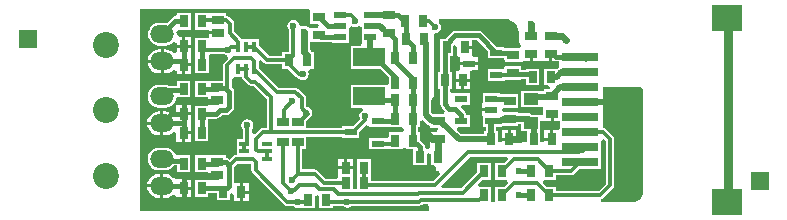
<source format=gtl>
G04*
G04 #@! TF.GenerationSoftware,Altium Limited,Altium Designer,20.2.8 (258)*
G04*
G04 Layer_Physical_Order=1*
G04 Layer_Color=255*
%FSLAX44Y44*%
%MOMM*%
G71*
G04*
G04 #@! TF.SameCoordinates,D032E148-705B-442B-B370-39794CB6FC5C*
G04*
G04*
G04 #@! TF.FilePolarity,Positive*
G04*
G01*
G75*
%ADD13R,3.1000X0.7600*%
%ADD14R,0.7500X1.0000*%
%ADD16R,1.5000X1.5000*%
%ADD18R,1.0000X0.7500*%
%ADD22R,1.0000X0.6000*%
%ADD23R,1.1000X0.6000*%
%ADD40C,0.3000*%
%ADD41R,1.0000X0.7000*%
%ADD42R,0.9000X0.4000*%
%ADD43R,0.4000X0.9000*%
%ADD44R,1.2000X1.0000*%
%ADD45R,2.7000X1.5000*%
%ADD46C,0.8000*%
%ADD47C,0.5000*%
%ADD48C,0.4000*%
%ADD49C,0.6000*%
%ADD50C,0.3500*%
%ADD51R,2.5000X2.2000*%
%ADD52O,2.0000X1.5000*%
%ADD53C,2.2000*%
%ADD54C,0.6000*%
G36*
X292621Y70060D02*
X292690Y69994D01*
Y56475D01*
X292690D01*
X292509Y54010D01*
X283500D01*
Y35010D01*
X308222D01*
X315630Y27602D01*
Y23062D01*
X314500Y20990D01*
X283500D01*
Y1990D01*
X293238D01*
X293543Y1131D01*
X293660Y-550D01*
X292395Y-1395D01*
X291290Y-3049D01*
X290902Y-5000D01*
X291290Y-6951D01*
X291804Y-7720D01*
X285523Y-14000D01*
X276570D01*
Y-15431D01*
X246000D01*
Y-9427D01*
X248968Y-6459D01*
X249557Y-6065D01*
X250662Y-4412D01*
X251050Y-2461D01*
X250662Y-510D01*
X249557Y1144D01*
X247903Y2249D01*
X245952Y2637D01*
X245569Y5106D01*
Y9692D01*
X245297Y11058D01*
X244523Y12215D01*
X239215Y17523D01*
X238058Y18297D01*
X236692Y18569D01*
X222453D01*
X205500Y35522D01*
Y40886D01*
X207087Y42366D01*
X207455Y42523D01*
X210502Y39477D01*
X211659Y38703D01*
X213025Y38431D01*
X225630D01*
Y35000D01*
X229953D01*
X237477Y27477D01*
X238634Y26703D01*
X239275Y26576D01*
X239395Y26395D01*
X241049Y25290D01*
X243000Y24902D01*
X244951Y25290D01*
X246605Y26395D01*
X247710Y28049D01*
X248098Y30000D01*
X247710Y31951D01*
X247370Y32460D01*
X248727Y35000D01*
X252370D01*
Y49000D01*
X250883D01*
X250225Y49985D01*
X249098Y51112D01*
Y55252D01*
X249490Y57630D01*
X257222D01*
X258395Y57397D01*
X258395Y57397D01*
X267290D01*
Y56475D01*
X282290D01*
Y66475D01*
X282290D01*
Y69609D01*
X284830Y70931D01*
X285398Y70551D01*
X287349Y70163D01*
X289300Y70551D01*
X290150Y71119D01*
X292621Y70060D01*
D02*
G37*
G36*
X249490Y84370D02*
Y72870D01*
X255940D01*
X256886Y71670D01*
X255741Y69130D01*
X249490D01*
Y69130D01*
X247246Y69844D01*
X245951Y70710D01*
X244000Y71098D01*
X242529Y70805D01*
X241838Y70861D01*
X239841Y72290D01*
X239710Y72951D01*
X238605Y74605D01*
X236951Y75710D01*
X235000Y76098D01*
X233049Y75710D01*
X231395Y74605D01*
X230290Y72951D01*
X229902Y71000D01*
X230290Y69049D01*
X231395Y67395D01*
X231431Y67371D01*
Y49000D01*
X225630D01*
Y45569D01*
X214503D01*
X205500Y54572D01*
Y60025D01*
X191323D01*
X191204Y60204D01*
X184823Y66584D01*
Y73000D01*
X184532Y74463D01*
X183704Y75704D01*
X180704Y78704D01*
X179463Y79532D01*
X178000Y79823D01*
Y82000D01*
X164000D01*
Y82000D01*
X163370Y82000D01*
Y82000D01*
X151870D01*
Y68000D01*
X163370D01*
X163414Y66770D01*
X171000D01*
Y64230D01*
X163460D01*
Y63503D01*
X163370Y61000D01*
X161558Y61000D01*
X151870D01*
Y47000D01*
X151870D01*
Y45000D01*
X151870D01*
Y31000D01*
X163370D01*
Y45000D01*
X163370Y45000D01*
X164247Y47177D01*
X176722D01*
X178049Y46290D01*
X178551Y46190D01*
X179387Y43434D01*
X176707Y40753D01*
X175933Y39596D01*
X175662Y38230D01*
Y24550D01*
X163730D01*
Y24550D01*
X163100D01*
Y24550D01*
X151600D01*
Y10550D01*
X163100D01*
X163144Y9320D01*
X170730D01*
Y6780D01*
X163190D01*
Y6053D01*
X163100Y3550D01*
X161288Y3550D01*
X151600D01*
Y-10450D01*
X151600D01*
Y-12450D01*
X151600D01*
Y-26450D01*
X163100D01*
Y-12450D01*
X163100D01*
Y-10450D01*
X163100D01*
Y-7528D01*
X169730D01*
X169730Y-7528D01*
X171291Y-7218D01*
X172614Y-6334D01*
X174419Y-4528D01*
X177730D01*
X177730Y-4528D01*
X179291Y-4218D01*
X180614Y-3334D01*
X183614Y-334D01*
X183614Y-334D01*
X184498Y989D01*
X184808Y2550D01*
X184808Y2550D01*
Y15550D01*
X184808Y15550D01*
X184498Y17111D01*
X183614Y18434D01*
X183614Y18434D01*
X182799Y19249D01*
Y26140D01*
X184500Y27975D01*
X191436D01*
X191703Y26634D01*
X192477Y25477D01*
X196477Y21477D01*
X197634Y20703D01*
X199000Y20431D01*
X200957D01*
X212393Y8996D01*
Y-15431D01*
X209000D01*
X207634Y-15703D01*
X206477Y-16477D01*
X202109Y-20845D01*
X199569Y-19793D01*
Y-16629D01*
X199605Y-16605D01*
X200710Y-14951D01*
X201098Y-13000D01*
X200710Y-11049D01*
X199605Y-9395D01*
X197951Y-8290D01*
X196000Y-7902D01*
X194049Y-8290D01*
X192395Y-9395D01*
X191290Y-11049D01*
X190902Y-13000D01*
X191290Y-14951D01*
X192395Y-16605D01*
X192431Y-16629D01*
Y-24500D01*
X186975D01*
Y-32500D01*
Y-37931D01*
X186610D01*
X185244Y-38203D01*
X184087Y-38977D01*
X181021Y-42043D01*
X180544Y-41566D01*
X179221Y-40682D01*
X177660Y-40372D01*
X177660Y-40372D01*
Y-38450D01*
X163660D01*
Y-38450D01*
X163030D01*
Y-38450D01*
X151530D01*
Y-52450D01*
X163030D01*
X163074Y-53680D01*
X170660D01*
Y-56220D01*
X163120D01*
Y-56947D01*
X163030Y-59450D01*
X161218Y-59450D01*
X151530D01*
Y-73450D01*
X163030D01*
Y-70528D01*
X169928D01*
Y-76585D01*
X181428D01*
Y-71156D01*
X182088Y-70715D01*
X184628Y-72073D01*
Y-77126D01*
X189648D01*
Y-69586D01*
Y-62046D01*
X184738D01*
Y-48418D01*
X187657Y-45500D01*
X199431D01*
Y-51025D01*
X199703Y-52391D01*
X200477Y-53548D01*
X227452Y-80523D01*
X228609Y-81297D01*
X229975Y-81569D01*
X235371D01*
X235395Y-81605D01*
X237049Y-82710D01*
X239000Y-83098D01*
X239121Y-83074D01*
X241630Y-83000D01*
X241630Y-83000D01*
X241630Y-83000D01*
X253130D01*
Y-73257D01*
X255670Y-71804D01*
X256870Y-72510D01*
Y-83000D01*
X268370D01*
Y-81192D01*
X277141D01*
X277165Y-81228D01*
X278819Y-82333D01*
X280770Y-82722D01*
X282721Y-82333D01*
X284375Y-81228D01*
X284399Y-81192D01*
X341376D01*
X342742Y-80920D01*
X343900Y-80147D01*
X344478Y-79569D01*
X348011D01*
X348663Y-80089D01*
X350000Y-82000D01*
Y-86000D01*
X105000D01*
Y85000D01*
X247211D01*
X249490Y84370D01*
D02*
G37*
G36*
X414000Y77000D02*
X414000Y77000D01*
X414000D01*
X416300Y76778D01*
X417500Y76539D01*
X419684Y75634D01*
X421650Y74321D01*
X423321Y72650D01*
X424634Y70684D01*
X425539Y68500D01*
X426000Y66182D01*
X426000Y65000D01*
X426000Y58000D01*
X426077Y57220D01*
X426674Y55778D01*
X427582Y54870D01*
X427481Y53965D01*
X426815Y52370D01*
X420268D01*
X419095Y52603D01*
X419095Y52603D01*
X413430D01*
Y53525D01*
X407198D01*
X394839Y65884D01*
X393516Y66768D01*
X391955Y67078D01*
X391955Y67078D01*
X372000D01*
X372000Y67078D01*
X370439Y66768D01*
X369116Y65884D01*
X369116Y65884D01*
X363184Y59952D01*
X358932D01*
Y45952D01*
X359302D01*
Y32000D01*
X357630D01*
Y18000D01*
X359302D01*
Y4620D01*
X359302Y4620D01*
X359612Y3059D01*
X360496Y1736D01*
X363362Y-1130D01*
X362327Y-3630D01*
X353119D01*
X351588Y-2100D01*
Y8736D01*
X352411Y9559D01*
X353173Y10700D01*
X353699Y11968D01*
X353966Y13314D01*
X354000Y14000D01*
Y64081D01*
X355000Y64902D01*
X356951Y65290D01*
X358605Y66395D01*
X359710Y68049D01*
X360098Y70000D01*
X359710Y71951D01*
X358605Y73605D01*
X358045Y73979D01*
X358310Y76795D01*
X358806Y77000D01*
X414000D01*
X414000Y77000D01*
D02*
G37*
G36*
X399430Y49757D02*
Y43525D01*
X413430D01*
X414000Y41261D01*
Y40870D01*
X426551D01*
X428000Y40870D01*
X430409Y41090D01*
X435230D01*
Y47380D01*
X437770D01*
Y41090D01*
X442960D01*
X444750Y41090D01*
X446540Y41090D01*
X451730D01*
Y47380D01*
X454270D01*
Y41090D01*
X459960D01*
Y38110D01*
X459960D01*
X459631Y35746D01*
X458514Y35000D01*
X447120D01*
Y21000D01*
X450848D01*
X452154Y18500D01*
X451716Y17870D01*
X447000D01*
Y15748D01*
X444000D01*
Y16160D01*
X428000D01*
Y2160D01*
X444000D01*
Y2160D01*
X446460Y2063D01*
Y-4063D01*
X444000Y-4160D01*
Y-4160D01*
X437382D01*
X436216Y-3381D01*
X434460Y-3032D01*
X425000D01*
Y-1870D01*
X412577D01*
X411454Y0D01*
X412577Y1870D01*
X425000D01*
Y13370D01*
X417268D01*
X416095Y13603D01*
X416095Y13603D01*
X410200D01*
Y14525D01*
X395200D01*
Y5540D01*
X394660D01*
Y1270D01*
X402700D01*
Y-1270D01*
X394660D01*
Y-5540D01*
X395200D01*
Y-14525D01*
X397792D01*
Y-18000D01*
X396630D01*
Y-20412D01*
X376900D01*
X373323Y-16835D01*
X374280Y-14525D01*
X384800D01*
Y-4525D01*
X383778D01*
X381378Y-4300D01*
X381068Y-2739D01*
X380184Y-1416D01*
X380184Y-1416D01*
X376743Y2025D01*
X377778Y4525D01*
X384800D01*
Y14525D01*
X369800D01*
Y14525D01*
X367458Y14907D01*
Y18000D01*
X369130D01*
Y32000D01*
X367458D01*
Y45952D01*
X370432D01*
Y54217D01*
X371132Y54720D01*
X373632Y53439D01*
Y45412D01*
X373891D01*
X376030Y44540D01*
X376030Y42912D01*
Y40270D01*
X383570D01*
X391110D01*
Y44540D01*
X388350D01*
X386212Y45412D01*
X386212Y47040D01*
Y51682D01*
X379922D01*
Y54222D01*
X386212D01*
Y58922D01*
X390266D01*
X399430Y49757D01*
D02*
G37*
G36*
X299430Y-13779D02*
Y-14475D01*
X313430D01*
Y-14475D01*
X315630Y-14510D01*
Y-14510D01*
X327130D01*
X328652Y-16419D01*
Y-17091D01*
X327130Y-19000D01*
X326112Y-19000D01*
X315630D01*
Y-22704D01*
X313430Y-23525D01*
Y-23525D01*
X299430D01*
Y-33525D01*
X313307D01*
X313430Y-33525D01*
X313430Y-33525D01*
X315630Y-33000D01*
X315630Y-33000D01*
X327130D01*
Y-33000D01*
X327856Y-32451D01*
X330483Y-32409D01*
X330870Y-32796D01*
Y-33000D01*
X334090D01*
X336630Y-33000D01*
Y-47000D01*
X348130D01*
Y-37788D01*
X348259Y-37273D01*
X348614Y-36890D01*
X349330Y-36556D01*
X351519Y-37740D01*
X351870Y-38272D01*
Y-47000D01*
X353874D01*
X356000Y-48000D01*
X356000Y-49540D01*
Y-52000D01*
X358102D01*
X359154Y-54540D01*
X353263Y-60431D01*
X300370D01*
Y-56000D01*
Y-42000D01*
X288870D01*
Y-56000D01*
Y-67311D01*
X285130D01*
Y-56540D01*
X285670D01*
Y-50270D01*
X279380D01*
X273090D01*
Y-56540D01*
X271524Y-58431D01*
X262478D01*
X255523Y-51477D01*
X254366Y-50703D01*
X253000Y-50431D01*
X242569D01*
Y-33370D01*
X246000D01*
Y-22569D01*
X276570D01*
Y-24000D01*
X290570D01*
Y-19047D01*
X296890Y-12727D01*
X299430Y-13779D01*
D02*
G37*
G36*
X455270Y-9410D02*
X460500D01*
Y-12150D01*
X460500D01*
X460500Y-13250D01*
X460371Y-15697D01*
X459910Y-17460D01*
X454890D01*
Y-25000D01*
X453620D01*
Y-26270D01*
X447330D01*
Y-27000D01*
X444130D01*
Y-18000D01*
X444000D01*
Y-9506D01*
X446460Y-9410D01*
Y-9410D01*
X452730D01*
Y-3120D01*
X455270D01*
Y-9410D01*
D02*
G37*
G36*
X428000Y-18160D02*
X432630D01*
Y-27000D01*
X423910D01*
Y-26270D01*
X417620D01*
Y-25000D01*
D01*
Y-26270D01*
X411330D01*
Y-27000D01*
X408130D01*
Y-18000D01*
X406968D01*
Y-14525D01*
X410200D01*
Y-14113D01*
X410475D01*
X412231Y-13764D01*
X412820Y-13370D01*
X425000D01*
Y-12208D01*
X428000D01*
Y-18160D01*
D02*
G37*
G36*
X349136Y-12624D02*
X350624Y-13619D01*
X351000Y-13694D01*
Y-15130D01*
X357195D01*
X357698Y-15830D01*
X356416Y-18330D01*
X350460D01*
Y-23350D01*
X358000D01*
Y-25890D01*
X350460D01*
Y-30910D01*
X350460D01*
X350571Y-31526D01*
X348761Y-33304D01*
X348130Y-33000D01*
X346356Y-31247D01*
X346148Y-30199D01*
X345264Y-28876D01*
X342370Y-25982D01*
Y-19000D01*
X340698D01*
Y-14510D01*
X342370D01*
Y-9394D01*
X344870Y-8359D01*
X349136Y-12624D01*
D02*
G37*
G36*
X499431Y-26536D02*
Y-62522D01*
X493522Y-68431D01*
X457370D01*
Y-65000D01*
X449667D01*
X446207Y-61540D01*
X447259Y-59000D01*
X457370D01*
Y-55569D01*
X470450D01*
X471816Y-55297D01*
X472973Y-54523D01*
X477247Y-50250D01*
X495500D01*
Y-38650D01*
X495500Y-38650D01*
Y-37550D01*
X495500D01*
X495500Y-36110D01*
Y-26876D01*
X497474Y-25072D01*
X499431Y-26536D01*
D02*
G37*
G36*
X416658Y-41915D02*
X413573Y-45000D01*
X405870D01*
Y-59000D01*
X415981D01*
X417033Y-61540D01*
X413573Y-65000D01*
X405870D01*
Y-78000D01*
X402130D01*
Y-65000D01*
X392019D01*
X390967Y-62460D01*
X394427Y-59000D01*
X402130D01*
Y-45000D01*
X390630D01*
Y-52703D01*
X376902Y-66431D01*
X360675D01*
X359703Y-64085D01*
X384219Y-39569D01*
X415686D01*
X416658Y-41915D01*
D02*
G37*
G36*
X530312Y18312D02*
X531000Y16792D01*
X531000Y-69000D01*
X531000Y-69000D01*
X531000Y-69886D01*
X530654Y-71625D01*
X529976Y-73263D01*
X528991Y-74737D01*
X527737Y-75991D01*
X526263Y-76976D01*
X524625Y-77654D01*
X522886Y-78000D01*
X522000Y-78000D01*
X495796D01*
X495546Y-75460D01*
X496366Y-75297D01*
X497523Y-74523D01*
X505523Y-66523D01*
X506297Y-65366D01*
X506569Y-64000D01*
Y-25000D01*
X506297Y-23634D01*
X505523Y-22477D01*
X499573Y-16527D01*
X498416Y-15753D01*
X497038Y-14855D01*
X497000Y-12941D01*
X497000Y19000D01*
X528792D01*
X530312Y18312D01*
D02*
G37*
%LPC*%
G36*
X148130Y82000D02*
X136630D01*
Y80812D01*
X135000Y79078D01*
X133439Y78768D01*
X132116Y77884D01*
X127661Y73429D01*
X126500Y73582D01*
X121500D01*
X119020Y73256D01*
X116709Y72298D01*
X114725Y70775D01*
X113202Y68791D01*
X112245Y66480D01*
X111918Y64000D01*
X112245Y61520D01*
X113202Y59209D01*
X114725Y57224D01*
X116709Y55702D01*
X119020Y54745D01*
X121500Y54418D01*
X126500D01*
X128980Y54745D01*
X131291Y55702D01*
X133275Y57224D01*
X133550Y57582D01*
X136090Y56720D01*
Y55270D01*
X141110D01*
Y61540D01*
X138320D01*
X136082Y64000D01*
X136072Y64073D01*
X135847Y65784D01*
X137217Y67528D01*
X137875Y68000D01*
X148130D01*
Y82000D01*
D02*
G37*
G36*
X148670Y61540D02*
X143650D01*
Y55270D01*
X148670D01*
Y61540D01*
D02*
G37*
G36*
Y52730D02*
X142380D01*
X136090D01*
Y49167D01*
X134060Y48326D01*
X133550Y48246D01*
X131563Y49770D01*
X129121Y50782D01*
X126500Y51127D01*
X125270D01*
Y41000D01*
Y30873D01*
X126500D01*
X129121Y31218D01*
X131563Y32230D01*
X133550Y33754D01*
X134060Y33674D01*
X136090Y32833D01*
Y30460D01*
X141110D01*
Y38000D01*
X142380D01*
Y39270D01*
X148670D01*
Y43920D01*
X148670Y45540D01*
X148670Y48080D01*
Y52730D01*
D02*
G37*
G36*
X122730Y51127D02*
X121500D01*
X118879Y50782D01*
X116437Y49770D01*
X114339Y48161D01*
X112730Y46063D01*
X111718Y43621D01*
X111541Y42270D01*
X122730D01*
Y51127D01*
D02*
G37*
G36*
Y39730D02*
X111541D01*
X111718Y38379D01*
X112730Y35937D01*
X114339Y33839D01*
X116437Y32230D01*
X118879Y31218D01*
X121500Y30873D01*
X122730D01*
Y39730D01*
D02*
G37*
G36*
X148670Y36730D02*
X143650D01*
Y30460D01*
X148670D01*
Y36730D01*
D02*
G37*
G36*
X147860Y24550D02*
X136360D01*
Y20628D01*
X129138D01*
X128710Y20805D01*
X126230Y21132D01*
X121230D01*
X118750Y20805D01*
X116439Y19848D01*
X114455Y18326D01*
X112932Y16341D01*
X111975Y14030D01*
X111648Y11550D01*
X111975Y9070D01*
X112932Y6759D01*
X114455Y4775D01*
X116439Y3252D01*
X118750Y2295D01*
X121230Y1968D01*
X126230D01*
X128710Y2295D01*
X131021Y3252D01*
X133006Y4775D01*
X134528Y6759D01*
X135239Y8475D01*
X136360Y10550D01*
X137973Y10550D01*
X147860D01*
Y24550D01*
D02*
G37*
G36*
X148400Y4090D02*
X143380D01*
Y-2180D01*
X148400D01*
Y4090D01*
D02*
G37*
G36*
X140840D02*
X135820D01*
Y-3283D01*
X133790Y-4124D01*
X133280Y-4204D01*
X131293Y-2680D01*
X128851Y-1668D01*
X126230Y-1323D01*
X125000D01*
Y-11450D01*
Y-21577D01*
X126230D01*
X128851Y-21232D01*
X131293Y-20220D01*
X133280Y-18695D01*
X133790Y-18776D01*
X135820Y-19617D01*
Y-26990D01*
X140840D01*
Y-19450D01*
X142110D01*
Y-18180D01*
X148400D01*
Y-11910D01*
X148400D01*
X148400Y-10990D01*
X148400D01*
Y-4720D01*
X142110D01*
Y-3450D01*
X140840D01*
Y4090D01*
D02*
G37*
G36*
X122460Y-1323D02*
X121230D01*
X118609Y-1668D01*
X116167Y-2680D01*
X114069Y-4289D01*
X112460Y-6387D01*
X111448Y-8829D01*
X111271Y-10180D01*
X122460D01*
Y-1323D01*
D02*
G37*
G36*
Y-12720D02*
X111271D01*
X111448Y-14071D01*
X112460Y-16513D01*
X114069Y-18611D01*
X116167Y-20220D01*
X118609Y-21232D01*
X121230Y-21577D01*
X122460D01*
Y-12720D01*
D02*
G37*
G36*
X148400Y-20720D02*
X143380D01*
Y-26990D01*
X148400D01*
Y-20720D01*
D02*
G37*
G36*
X126160Y-31868D02*
X121160D01*
X118680Y-32195D01*
X116369Y-33152D01*
X114385Y-34675D01*
X112862Y-36659D01*
X111905Y-38970D01*
X111578Y-41450D01*
X111905Y-43930D01*
X112862Y-46241D01*
X114385Y-48225D01*
X116369Y-49748D01*
X118680Y-50705D01*
X121160Y-51032D01*
X126160D01*
X128640Y-50705D01*
X130951Y-49748D01*
X132935Y-48225D01*
X133816Y-47078D01*
X136290D01*
Y-52450D01*
X147790D01*
Y-38450D01*
X136290D01*
X134475Y-36700D01*
X134458Y-36659D01*
X132935Y-34675D01*
X130951Y-33152D01*
X128640Y-32195D01*
X126160Y-31868D01*
D02*
G37*
G36*
X122390Y-54323D02*
X121160D01*
X118539Y-54668D01*
X116097Y-55680D01*
X113999Y-57289D01*
X112390Y-59387D01*
X111378Y-61829D01*
X111201Y-63180D01*
X122390D01*
Y-54323D01*
D02*
G37*
G36*
X148330Y-58910D02*
X143310D01*
Y-65180D01*
X148330D01*
Y-58910D01*
D02*
G37*
G36*
X197208Y-62046D02*
X192188D01*
Y-68316D01*
X197208D01*
Y-62046D01*
D02*
G37*
G36*
X148330Y-67720D02*
X143310D01*
Y-73990D01*
X148330D01*
Y-67720D01*
D02*
G37*
G36*
X126160Y-54323D02*
X124930D01*
Y-64450D01*
Y-74577D01*
X126160D01*
X128781Y-74232D01*
X131223Y-73220D01*
X133210Y-71695D01*
X133720Y-71776D01*
X135750Y-72617D01*
Y-73990D01*
X140770D01*
Y-66450D01*
Y-58910D01*
X135750D01*
X133685Y-57764D01*
X133321Y-57289D01*
X131223Y-55680D01*
X128781Y-54668D01*
X126160Y-54323D01*
D02*
G37*
G36*
X122390Y-65720D02*
X111201D01*
X111378Y-67071D01*
X112390Y-69513D01*
X113999Y-71611D01*
X116097Y-73220D01*
X118539Y-74232D01*
X121160Y-74577D01*
X122390D01*
Y-65720D01*
D02*
G37*
G36*
X197208Y-70856D02*
X192188D01*
Y-77126D01*
X197208D01*
Y-70856D01*
D02*
G37*
G36*
X391110Y37730D02*
X383570D01*
X376030D01*
X376030Y33460D01*
X373911Y32540D01*
X372330D01*
Y26270D01*
X378620D01*
X384910D01*
Y30960D01*
X384910Y32540D01*
X387029Y33460D01*
X391110D01*
Y37730D01*
D02*
G37*
G36*
X428000Y37130D02*
X414000D01*
Y36739D01*
X413430Y34475D01*
X399430D01*
Y24475D01*
X413430D01*
X414000Y25630D01*
X421283D01*
X422380Y25412D01*
X423477Y25630D01*
X428000D01*
Y25922D01*
X431880D01*
Y21000D01*
X443380D01*
Y35000D01*
X431880D01*
Y34078D01*
X428000D01*
Y37130D01*
D02*
G37*
G36*
X384910Y23730D02*
X379890D01*
Y17460D01*
X384910D01*
Y23730D01*
D02*
G37*
G36*
X377350D02*
X372330D01*
Y17460D01*
X377350D01*
Y23730D01*
D02*
G37*
G36*
X285670Y-41460D02*
X280650D01*
Y-47730D01*
X285670D01*
Y-41460D01*
D02*
G37*
G36*
X278110D02*
X273090D01*
Y-47730D01*
X278110D01*
Y-41460D01*
D02*
G37*
G36*
X452350Y-17460D02*
X447330D01*
Y-23730D01*
X452350D01*
Y-17460D01*
D02*
G37*
G36*
X423910D02*
X418890D01*
Y-23730D01*
X423910D01*
Y-17460D01*
D02*
G37*
G36*
X416350D02*
X411330D01*
Y-23730D01*
X416350D01*
Y-17460D01*
D02*
G37*
%LPD*%
D13*
X478000Y-44450D02*
D03*
Y-31750D02*
D03*
Y44450D02*
D03*
Y31750D02*
D03*
Y19050D02*
D03*
Y-6350D02*
D03*
Y-19050D02*
D03*
Y6350D02*
D03*
D14*
X157620Y38000D02*
D03*
X142380D02*
D03*
Y75000D02*
D03*
X157620D02*
D03*
Y54000D02*
D03*
X142380D02*
D03*
X190918Y-69586D02*
D03*
X175678D02*
D03*
X342380Y-40000D02*
D03*
X357620D02*
D03*
X231380Y42000D02*
D03*
X246620D02*
D03*
X451620Y-72000D02*
D03*
X436380D02*
D03*
X451620Y-52000D02*
D03*
X436380D02*
D03*
X142110Y17550D02*
D03*
X157350D02*
D03*
Y-19450D02*
D03*
X142110D02*
D03*
X157350Y-3450D02*
D03*
X142110D02*
D03*
X142040Y-45450D02*
D03*
X157280D02*
D03*
Y-66450D02*
D03*
X142040D02*
D03*
X294620Y-49000D02*
D03*
X279380D02*
D03*
X321380Y8490D02*
D03*
X336620D02*
D03*
X437630Y28000D02*
D03*
X452870D02*
D03*
X411620Y-72000D02*
D03*
X396380D02*
D03*
X294620Y-62000D02*
D03*
X279380D02*
D03*
X411620Y-52000D02*
D03*
X396380D02*
D03*
X321380Y-26000D02*
D03*
X336620D02*
D03*
X344620Y75000D02*
D03*
X329380D02*
D03*
X330380Y60000D02*
D03*
X345620D02*
D03*
X262620Y-76000D02*
D03*
X247380D02*
D03*
X453620Y-25000D02*
D03*
X438380D02*
D03*
X321380Y-7510D02*
D03*
X336620D02*
D03*
X321380Y23000D02*
D03*
X336620D02*
D03*
X379922Y52952D02*
D03*
X364682D02*
D03*
X336620Y44000D02*
D03*
X321380D02*
D03*
X378620Y25000D02*
D03*
X363380D02*
D03*
X417620Y-25000D02*
D03*
X402380D02*
D03*
D16*
X630000Y-60000D02*
D03*
X10000Y60000D02*
D03*
D18*
X453000Y47380D02*
D03*
Y62620D02*
D03*
X239000Y-10380D02*
D03*
Y-27620D02*
D03*
X226000Y-10380D02*
D03*
Y-27620D02*
D03*
X436500Y62620D02*
D03*
Y47380D02*
D03*
X421000Y31380D02*
D03*
Y46620D02*
D03*
X418000Y7620D02*
D03*
Y-7620D02*
D03*
X358000Y-24620D02*
D03*
Y-9380D02*
D03*
X454000Y-3120D02*
D03*
Y12120D02*
D03*
X256490Y78620D02*
D03*
Y63380D02*
D03*
X316000Y80620D02*
D03*
Y65380D02*
D03*
D22*
X306430Y-9475D02*
D03*
X283570Y-19000D02*
D03*
X306430Y-28525D02*
D03*
X383570Y39000D02*
D03*
X406430Y48525D02*
D03*
Y29475D02*
D03*
D23*
X274790Y61475D02*
D03*
X274790Y71000D02*
D03*
Y80525D02*
D03*
X300190Y80525D02*
D03*
Y71000D02*
D03*
Y61475D02*
D03*
X377300Y-9525D02*
D03*
Y9525D02*
D03*
X402700D02*
D03*
Y0D02*
D03*
Y-9525D02*
D03*
D40*
X474619Y-36000D02*
G03*
X483750Y-31669I-0J11790D01*
G01*
X451620Y-72000D02*
X495000D01*
X503000Y-64000D01*
Y-25000D01*
X497050Y-19050D02*
X503000Y-25000D01*
X478000Y-19050D02*
X497050D01*
X470450Y-52000D02*
X478000Y-44450D01*
X451620Y-52000D02*
X470450D01*
X179230Y18550D02*
Y38230D01*
X262620Y-77624D02*
X280770D01*
X232000Y-68000D02*
X236000D01*
X240000Y-64000D01*
X254000D01*
X257000Y-67000D01*
X269121D01*
X273000Y-70879D01*
X340121D01*
X233000Y-69000D02*
X233000Y-69000D01*
X340121Y-70879D02*
X341000Y-70000D01*
X239000Y-54000D02*
X253000D01*
X261000Y-62000D01*
X279380D01*
X280770Y-77624D02*
X341376D01*
X343000Y-76000D01*
X239000Y-78000D02*
X247000D01*
X203000Y-51025D02*
X229975Y-78000D01*
X239000D01*
X231380Y38620D02*
Y42000D01*
Y38620D02*
X240000Y30000D01*
X243000D01*
X235000Y45620D02*
Y71000D01*
X231380Y42000D02*
X235000Y45620D01*
X195088Y53000D02*
X201588D01*
X196000Y-28500D02*
Y-13000D01*
X213025Y42000D02*
X231380D01*
X201500Y53525D02*
X213025Y42000D01*
X341000Y-70000D02*
X378380D01*
X396380Y-52000D01*
X350000Y75000D02*
X355000Y70000D01*
X344620Y75000D02*
X350000D01*
X287349Y75261D02*
X287426Y75338D01*
Y76980D01*
X283880Y80525D02*
X287426Y76980D01*
X271380Y81525D02*
X274790D01*
Y80525D02*
X283880D01*
X201500Y34475D02*
X220975Y15000D01*
X236692D02*
X242000Y9692D01*
X220975Y15000D02*
X236692D01*
X215962Y-19000D02*
Y10474D01*
X202435Y24000D02*
X215962Y10474D01*
X199000Y24000D02*
X202435D01*
X242000Y1491D02*
Y9692D01*
X195000Y28000D02*
X199000Y24000D01*
X294620Y-62000D02*
X296620Y-64000D01*
X354741D02*
X382741Y-36000D01*
X296620Y-64000D02*
X354741D01*
X318855Y-28525D02*
X321380Y-26000D01*
X308430Y-28525D02*
X318855D01*
X474619Y-36000D02*
X474619D01*
X382741D02*
X474619D01*
X294620Y-62000D02*
Y-49000D01*
X203598Y-33598D02*
Y-24402D01*
X209000Y-19000D02*
X215962D01*
X203598Y-24402D02*
X209000Y-19000D01*
X188889Y35000D02*
X195389D01*
X195000Y28000D02*
Y34475D01*
X215962Y-19000D02*
X285570D01*
X242000Y1491D02*
X245952Y-2461D01*
X239000Y-11380D02*
X247000Y-3380D01*
X226000Y-62000D02*
Y-27620D01*
X239000Y-54000D02*
Y-27620D01*
X296000Y-8570D02*
Y-5000D01*
X285570Y-19000D02*
X296000Y-8570D01*
X441620Y-62000D02*
X451620Y-72000D01*
X411620D02*
X421620Y-62000D01*
X451620Y-52000D02*
Y-51620D01*
Y-54000D02*
Y-52000D01*
X442000Y-42000D02*
X451620Y-51620D01*
X411620Y-52000D02*
X421620Y-42000D01*
X442000D01*
X245952Y-2461D02*
X246081D01*
X247000Y-3380D01*
X343000Y-76000D02*
X392380D01*
X193475Y-41500D02*
X200500D01*
X203000Y-44000D01*
Y-51025D02*
Y-44000D01*
X392380Y-76000D02*
X396380Y-72000D01*
X186610Y-41500D02*
X193475D01*
X226000Y-62000D02*
X232000Y-68000D01*
X234000Y-59000D02*
X239000Y-54000D01*
X179230Y17050D02*
Y18550D01*
X203598Y-33598D02*
X205000Y-35000D01*
X212525Y-40465D02*
Y-35000D01*
X205000D02*
X212525D01*
X193475D02*
Y-28500D01*
X419095Y29475D02*
X421000Y31380D01*
X406430Y29475D02*
X419095D01*
X179230Y38230D02*
X185000Y44000D01*
X199000D01*
X201500Y41500D01*
Y34475D02*
Y41500D01*
X180660Y-47450D02*
X186610Y-41500D01*
X421620Y-62000D02*
X441620D01*
D41*
X171000Y65500D02*
D03*
Y76500D02*
D03*
X170660Y-43950D02*
D03*
Y-54950D02*
D03*
X170730Y8050D02*
D03*
Y19050D02*
D03*
D42*
X212525Y-41500D02*
D03*
Y-35000D02*
D03*
Y-28500D02*
D03*
X193475D02*
D03*
Y-35000D02*
D03*
Y-41500D02*
D03*
D43*
X188500Y34475D02*
D03*
X195000D02*
D03*
X201500D02*
D03*
Y53525D02*
D03*
X195000D02*
D03*
X188500D02*
D03*
D44*
X436000Y-11160D02*
D03*
Y9160D02*
D03*
D45*
X299000Y11490D02*
D03*
Y44510D02*
D03*
D46*
X603250Y6000D02*
Y77500D01*
Y-77500D02*
Y6000D01*
D47*
X436000Y11160D02*
X453040D01*
X454000Y12120D02*
X460930Y19050D01*
X478000D01*
X503350Y6350D02*
X504000Y7000D01*
X478000Y6350D02*
X503350D01*
X434460Y-7620D02*
X438380Y-11540D01*
X358000Y-9380D02*
X359380D01*
X352380D02*
X358000D01*
X347000Y52000D02*
Y56620D01*
Y-4000D02*
Y52000D01*
X300190Y61475D02*
Y61525D01*
Y45700D02*
Y61475D01*
X299715Y62000D02*
X300190Y61525D01*
Y71000D02*
X308490D01*
X311490Y68000D01*
X300190Y80525D02*
X315905D01*
X347000Y-4000D02*
X352380Y-9380D01*
X375000Y-25000D02*
X402380D01*
X359380Y-9380D02*
X375000Y-25000D01*
X421000Y31380D02*
X422380Y30000D01*
X435630D02*
X437630Y28000D01*
X452870D02*
X458000D01*
X461750Y31750D01*
X453040Y11160D02*
X454000Y12120D01*
X482780Y43380D02*
X483850Y44450D01*
X402380Y-9845D02*
X402700Y-9525D01*
X402380Y-25000D02*
Y-9845D01*
X402700Y-9525D02*
X410475D01*
X412380Y-7620D01*
X418000D01*
X434460D01*
X438380Y-25000D02*
Y-11540D01*
D48*
X457430Y44450D02*
X478000D01*
X454500Y47380D02*
X457430Y44450D01*
X179230Y17050D02*
X180730Y15550D01*
X157280Y-45450D02*
X170660D01*
X336620Y-26000D02*
Y-7510D01*
X336620Y-7510D02*
Y8490D01*
X336620Y8490D02*
Y23000D01*
Y8490D02*
X336620Y8490D01*
X336620Y23000D02*
Y26380D01*
X321380Y41620D02*
Y44000D01*
Y41620D02*
X336620Y26380D01*
X299000Y44510D02*
X304490D01*
X321380Y27620D01*
Y23000D02*
Y27620D01*
X316000Y80620D02*
X323760D01*
X329380Y75000D01*
X330380Y74000D01*
Y60000D02*
Y74000D01*
Y60000D02*
X336620Y53760D01*
Y44000D02*
Y53760D01*
X321380Y44000D02*
Y60000D01*
X316000Y65380D02*
X321380Y60000D01*
X264110Y71000D02*
X274790Y71000D01*
X256490Y78620D02*
X264110Y71000D01*
X256490Y63380D02*
X258395Y61475D01*
X274790D01*
X139380Y41000D02*
X142380Y38000D01*
X124000Y41000D02*
X139380D01*
X142110Y-11450D02*
Y-3450D01*
Y-11450D02*
X142110Y-19450D01*
X123730Y-11450D02*
X142110D01*
X140040Y-64450D02*
X142040Y-66450D01*
X123660Y-64450D02*
X140040D01*
X139590Y-43000D02*
X142040Y-45450D01*
X123660Y-41450D02*
X125210Y-43000D01*
X139590D01*
X124000Y64000D02*
X135000Y75000D01*
X142380D01*
X308430Y-9475D02*
X319415D01*
X306430D02*
X308430D01*
X319415D02*
X321380Y-7510D01*
Y8490D01*
X308430D02*
Y8560D01*
Y8490D02*
X321380D01*
X308360D02*
X308430D01*
X336620Y-26000D02*
X342380Y-31760D01*
Y-40000D02*
Y-31760D01*
X157620Y51000D02*
Y54000D01*
Y38000D02*
Y51000D01*
X142380Y38000D02*
Y54000D01*
X178550Y-66450D02*
X180660Y-64340D01*
X157280Y-66450D02*
X178550D01*
X180660Y-64340D02*
Y-47450D01*
X143730Y6550D02*
X170730D01*
X143660Y-56450D02*
X170660D01*
X157350Y17550D02*
X170730D01*
X128730Y16550D02*
X142110D01*
X299000Y44510D02*
X300190Y45700D01*
X308360Y8490D02*
X308430Y8560D01*
X177730Y18550D02*
X179230Y17050D01*
X363380Y53000D02*
Y54380D01*
X372000Y63000D01*
X391955D01*
X406430Y48525D01*
X419095D01*
X421000Y46620D01*
X363380Y25000D02*
Y53000D01*
Y4620D02*
Y25000D01*
Y4620D02*
X367000Y1000D01*
X372000D01*
X377300Y-4300D01*
Y-9525D02*
Y-4300D01*
X402700Y9525D02*
X416095D01*
X418000Y7620D01*
X422380Y30000D02*
X435630D01*
X180730Y2550D02*
Y15550D01*
X170730Y6550D02*
Y8050D01*
X142110Y4930D02*
X143730Y6550D01*
X426000Y-72000D02*
X436380D01*
X426000Y-52000D02*
X436380D01*
X170660Y-45450D02*
Y-43950D01*
X171160Y-44450D01*
X142040Y-82450D02*
Y-66450D01*
X170660Y-56450D02*
Y-54950D01*
X142040Y-58070D02*
X143660Y-56450D01*
X142040Y-66450D02*
Y-58070D01*
X171160Y-44450D02*
X177660D01*
X180660Y-47450D01*
X123730Y11550D02*
X128730Y16550D01*
X170730Y17550D02*
Y19050D01*
X171230Y18550D01*
X131730Y-3450D02*
X142110Y-3450D01*
X123730Y-11450D02*
X131730Y-3450D01*
X142110Y-3450D02*
Y4930D01*
X171230Y18550D02*
X177730D01*
X177730Y-450D02*
X180730Y2550D01*
X172730Y-450D02*
X177730D01*
X169730Y-3450D02*
X172730Y-450D01*
X157350Y-3450D02*
X169730D01*
X157350Y-19450D02*
Y-3450D01*
D49*
X246620Y42000D02*
Y46380D01*
X347000Y-19000D02*
X352620Y-24620D01*
X358000D01*
X244000Y49000D02*
Y66000D01*
X357620Y-25000D02*
X358000Y-24620D01*
X357620Y-40000D02*
Y-25000D01*
X417620Y-25000D02*
X427000D01*
X436000Y63120D02*
X436500Y62620D01*
X436000Y63120D02*
Y73000D01*
X454500Y62620D02*
X462380D01*
X466000Y59000D01*
X244000Y49000D02*
X246620Y46380D01*
D50*
X157620Y51000D02*
X180000D01*
X157620Y75000D02*
X159120Y76500D01*
X171000D01*
X171500Y76000D02*
X178000D01*
X181000Y73000D01*
Y65000D02*
Y73000D01*
X180000Y51000D02*
X182525Y53525D01*
X188500D01*
X227000Y-11380D02*
Y111D01*
X234039Y7150D01*
X188500Y53525D02*
Y57500D01*
X181000Y65000D02*
X188500Y57500D01*
D51*
X602000Y-77800D02*
D03*
Y77800D02*
D03*
D52*
X123660Y-64450D02*
D03*
Y-41450D02*
D03*
X123730Y-11450D02*
D03*
X123730Y11550D02*
D03*
X124000Y41000D02*
D03*
Y64000D02*
D03*
D53*
X76000Y-56000D02*
D03*
Y-500D02*
D03*
Y55000D02*
D03*
D54*
X495000Y-60000D02*
D03*
X280770Y-77624D02*
D03*
X239000Y-78000D02*
D03*
X243000Y30000D02*
D03*
X355000Y70000D02*
D03*
X287349Y75261D02*
D03*
X235000Y71000D02*
D03*
X244000Y66000D02*
D03*
X347000Y52000D02*
D03*
Y-19000D02*
D03*
X423000Y56000D02*
D03*
X603000Y6000D02*
D03*
X180000Y51000D02*
D03*
X299000Y31000D02*
D03*
X253000Y54000D02*
D03*
X528000Y16000D02*
D03*
X109000Y75000D02*
D03*
X246121Y-39207D02*
D03*
X296000Y-5000D02*
D03*
X226000Y65000D02*
D03*
X109000Y25000D02*
D03*
Y-27000D02*
D03*
X108000Y-83000D02*
D03*
X225000D02*
D03*
X528000Y-23000D02*
D03*
X524000Y-73000D02*
D03*
X467000Y-64000D02*
D03*
X384000Y-50000D02*
D03*
X332000D02*
D03*
X261000Y1000D02*
D03*
X196000Y2000D02*
D03*
X245952Y-2461D02*
D03*
X233000Y-69000D02*
D03*
X200000Y-59000D02*
D03*
X162000Y-83000D02*
D03*
X170000Y29000D02*
D03*
X265731Y-55339D02*
D03*
X192000Y64000D02*
D03*
X234000Y-59000D02*
D03*
X436000Y73000D02*
D03*
X466000Y59000D02*
D03*
X357000Y0D02*
D03*
X389000D02*
D03*
Y25000D02*
D03*
Y52000D02*
D03*
X454000Y-13000D02*
D03*
X427000Y-25000D02*
D03*
X234039Y7150D02*
D03*
X196000Y-13000D02*
D03*
X187000Y-21000D02*
D03*
X426000Y-52000D02*
D03*
Y-72000D02*
D03*
M02*

</source>
